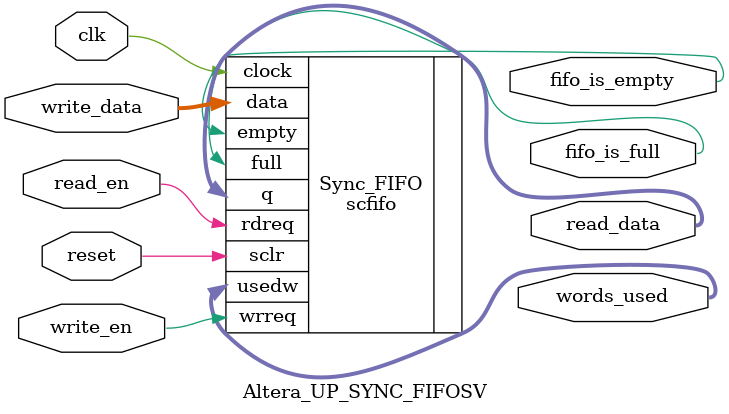
<source format=sv>
/******************************************************************************
 * License Agreement                                                          *
 *                                                                            *
 * Copyright (c) 1991-2009 Altera Corporation, San Jose, California, USA.     *
 * All rights reserved.                                                       *
 *                                                                            *
 * Any megafunction design, and related net list (encrypted or decrypted),    *
 *  support information, device programming or simulation file, and any other *
 *  associated documentation or information provided by Altera or a partner   *
 *  under Altera's Megafunction Partnership Program may be used only to       *
 *  program PLD devices (but not masked PLD devices) from Altera.  Any other  *
 *  use of such megafunction design, net list, support information, device    *
 *  programming or simulation file, or any other related documentation or     *
 *  information is prohibited for any other purpose, including, but not       *
 *  limited to modification, reverse engineering, de-compiling, or use with   *
 *  any other silicon devices, unless such use is explicitly licensed under   *
 *  a separate agreement with Altera or a megafunction partner.  Title to     *
 *  the intellectual property, including patents, copyrights, trademarks,     *
 *  trade secrets, or maskworks, embodied in any such megafunction design,    *
 *  net list, support information, device programming or simulation file, or  *
 *  any other related documentation or information provided by Altera or a    *
 *  megafunction partner, remains with Altera, the megafunction partner, or   *
 *  their respective licensors.  No other licenses, including any licenses    *
 *  needed under any third party's intellectual property, are provided herein.*
 *  Copying or modifying any file, or portion thereof, to which this notice   *
 *  is attached violates this copyright.                                      *
 *                                                                            *
 * THIS FILE IS PROVIDED "AS IS", WITHOUT WARRANTY OF ANY KIND, EXPRESS OR    *
 * IMPLIED, INCLUDING BUT NOT LIMITED TO THE WARRANTIES OF MERCHANTABILITY,   *
 * FITNESS FOR A PARTICULAR PURPOSE AND NONINFRINGEMENT. IN NO EVENT SHALL    *
 * THE AUTHORS OR COPYRIGHT HOLDERS BE LIABLE FOR ANY CLAIM, DAMAGES OR OTHER *
 * LIABILITY, WHETHER IN AN ACTION OF CONTRACT, TORT OR OTHERWISE, ARISING    *
 * FROM, OUT OF OR IN CONNECTION WITH THIS FILE OR THE USE OR OTHER DEALINGS  *
 * IN THIS FILE.                                                              *
 *                                                                            *
 * This agreement shall be governed in all respects by the laws of the State  *
 *  of California and by the laws of the United States of America.            *
 *                                                                            *
 ******************************************************************************/

/******************************************************************************
 *                                                                            *
 * This module is a FIFO with same clock for both reads and writes.           *
 *                                                                            *
 ******************************************************************************/

module Altera_UP_SYNC_FIFOSV (
	// Inputs
	clk,
	reset,

	write_en,
	write_data,

	read_en,
	
	// Bidirectionals

	// Outputs
	fifo_is_empty,
	fifo_is_full,
	words_used,

	read_data
);

/*****************************************************************************
 *                           Parameter Declarations                          *
 *****************************************************************************/

parameter	DATA_WIDTH	= 32;
parameter	DATA_DEPTH	= 128;
parameter	ADDR_WIDTH	= 7;

/*****************************************************************************
 *                             Port Declarations                             *
 *****************************************************************************/

// Inputs
input				clk;
input				reset;

input				write_en;
input		[DATA_WIDTH:1]	write_data;

input				read_en;

// Bidirectionals

// Outputs
output				fifo_is_empty;
output				fifo_is_full;
output		[ADDR_WIDTH:1]	words_used;

output		[DATA_WIDTH:1]	read_data;

/*****************************************************************************
 *                 Internal wires and registers Declarations                 *
 *****************************************************************************/

// Internal Wires

// Internal Registers

// State Machine Registers

/*****************************************************************************
 *                         Finite State Machine(s)                           *
 *****************************************************************************/


/*****************************************************************************
 *                             Sequential logic                              *
 *****************************************************************************/


/*****************************************************************************
 *                            Combinational logic                            *
 *****************************************************************************/


/*****************************************************************************
 *                              Internal Modules                             *
 *****************************************************************************/


scfifo	Sync_FIFO (
	// Inputs
	.clock			(clk),
	.sclr			(reset),

	.data			(write_data),
	.wrreq			(write_en),

	.rdreq			(read_en),

	// Bidirectionals

	// Outputs
	.empty			(fifo_is_empty),
	.full			(fifo_is_full),
	.usedw			(words_used),
	
	.q				(read_data)

	// Unused
	// synopsys translate_off
	,
	.aclr			(),
	.almost_empty	(),
	.almost_full	()
	// synopsys translate_on
);
defparam
	Sync_FIFO.add_ram_output_register	= "OFF",
	Sync_FIFO.intended_device_family	= "Cyclone II",
	Sync_FIFO.lpm_numwords				= DATA_DEPTH,
	Sync_FIFO.lpm_showahead				= "ON",
	Sync_FIFO.lpm_type					= "scfifo",
	Sync_FIFO.lpm_width					= DATA_WIDTH,
	Sync_FIFO.lpm_widthu				= ADDR_WIDTH,
	Sync_FIFO.overflow_checking			= "OFF",
	Sync_FIFO.underflow_checking		= "OFF",
	Sync_FIFO.use_eab					= "ON";

endmodule


</source>
